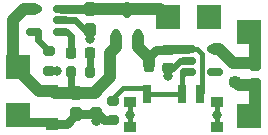
<source format=gbr>
%TF.GenerationSoftware,KiCad,Pcbnew,8.0.7*%
%TF.CreationDate,2025-01-11T15:19:25-09:00*%
%TF.ProjectId,wearable_battery_board,77656172-6162-46c6-955f-626174746572,rev?*%
%TF.SameCoordinates,Original*%
%TF.FileFunction,Copper,L1,Top*%
%TF.FilePolarity,Positive*%
%FSLAX46Y46*%
G04 Gerber Fmt 4.6, Leading zero omitted, Abs format (unit mm)*
G04 Created by KiCad (PCBNEW 8.0.7) date 2025-01-11 15:19:25*
%MOMM*%
%LPD*%
G01*
G04 APERTURE LIST*
G04 Aperture macros list*
%AMRoundRect*
0 Rectangle with rounded corners*
0 $1 Rounding radius*
0 $2 $3 $4 $5 $6 $7 $8 $9 X,Y pos of 4 corners*
0 Add a 4 corners polygon primitive as box body*
4,1,4,$2,$3,$4,$5,$6,$7,$8,$9,$2,$3,0*
0 Add four circle primitives for the rounded corners*
1,1,$1+$1,$2,$3*
1,1,$1+$1,$4,$5*
1,1,$1+$1,$6,$7*
1,1,$1+$1,$8,$9*
0 Add four rect primitives between the rounded corners*
20,1,$1+$1,$2,$3,$4,$5,0*
20,1,$1+$1,$4,$5,$6,$7,0*
20,1,$1+$1,$6,$7,$8,$9,0*
20,1,$1+$1,$8,$9,$2,$3,0*%
G04 Aperture macros list end*
%TA.AperFunction,SMDPad,CuDef*%
%ADD10R,2.000000X2.000000*%
%TD*%
%TA.AperFunction,SMDPad,CuDef*%
%ADD11RoundRect,0.250000X-0.275000X0.312500X-0.275000X-0.312500X0.275000X-0.312500X0.275000X0.312500X0*%
%TD*%
%TA.AperFunction,SMDPad,CuDef*%
%ADD12RoundRect,0.200000X-0.200000X-0.275000X0.200000X-0.275000X0.200000X0.275000X-0.200000X0.275000X0*%
%TD*%
%TA.AperFunction,SMDPad,CuDef*%
%ADD13RoundRect,0.200000X-0.275000X0.200000X-0.275000X-0.200000X0.275000X-0.200000X0.275000X0.200000X0*%
%TD*%
%TA.AperFunction,SMDPad,CuDef*%
%ADD14RoundRect,0.218750X-0.218750X-0.256250X0.218750X-0.256250X0.218750X0.256250X-0.218750X0.256250X0*%
%TD*%
%TA.AperFunction,SMDPad,CuDef*%
%ADD15RoundRect,0.150000X0.512500X0.150000X-0.512500X0.150000X-0.512500X-0.150000X0.512500X-0.150000X0*%
%TD*%
%TA.AperFunction,SMDPad,CuDef*%
%ADD16R,0.711200X1.498600*%
%TD*%
%TA.AperFunction,SMDPad,CuDef*%
%ADD17R,0.990600X0.812800*%
%TD*%
%TA.AperFunction,SMDPad,CuDef*%
%ADD18RoundRect,0.150000X-0.512500X-0.150000X0.512500X-0.150000X0.512500X0.150000X-0.512500X0.150000X0*%
%TD*%
%TA.AperFunction,SMDPad,CuDef*%
%ADD19RoundRect,0.200000X0.275000X-0.200000X0.275000X0.200000X-0.275000X0.200000X-0.275000X-0.200000X0*%
%TD*%
%TA.AperFunction,SMDPad,CuDef*%
%ADD20RoundRect,0.150000X0.150000X-0.512500X0.150000X0.512500X-0.150000X0.512500X-0.150000X-0.512500X0*%
%TD*%
%TA.AperFunction,SMDPad,CuDef*%
%ADD21RoundRect,0.225000X0.225000X0.375000X-0.225000X0.375000X-0.225000X-0.375000X0.225000X-0.375000X0*%
%TD*%
%TA.AperFunction,SMDPad,CuDef*%
%ADD22RoundRect,0.225000X-0.250000X0.225000X-0.250000X-0.225000X0.250000X-0.225000X0.250000X0.225000X0*%
%TD*%
%TA.AperFunction,SMDPad,CuDef*%
%ADD23RoundRect,0.250000X-0.300000X0.300000X-0.300000X-0.300000X0.300000X-0.300000X0.300000X0.300000X0*%
%TD*%
%TA.AperFunction,ViaPad*%
%ADD24C,0.800000*%
%TD*%
%TA.AperFunction,Conductor*%
%ADD25C,0.600000*%
%TD*%
%TA.AperFunction,Conductor*%
%ADD26C,1.000000*%
%TD*%
%TA.AperFunction,Conductor*%
%ADD27C,0.800000*%
%TD*%
%TA.AperFunction,Conductor*%
%ADD28C,0.400000*%
%TD*%
G04 APERTURE END LIST*
D10*
%TO.P,TP3,1,1*%
%TO.N,Net-(Q1-D)*%
X152603200Y-76657200D03*
%TD*%
D11*
%TO.P,C1,1*%
%TO.N,MAIN+*%
X144830800Y-83084900D03*
%TO.P,C1,2*%
%TO.N,GND*%
X144830800Y-84859900D03*
%TD*%
D12*
%TO.P,R1,1*%
%TO.N,MAIN+*%
X144361400Y-81280000D03*
%TO.P,R1,2*%
%TO.N,Net-(D2-A)*%
X146011400Y-81280000D03*
%TD*%
D13*
%TO.P,R5,1*%
%TO.N,MAIN+*%
X146456400Y-82995000D03*
%TO.P,R5,2*%
%TO.N,GND*%
X146456400Y-84645000D03*
%TD*%
D11*
%TO.P,C5,1*%
%TO.N,+3.3V*%
X159969200Y-80646500D03*
%TO.P,C5,2*%
%TO.N,GND*%
X159969200Y-82421500D03*
%TD*%
D14*
%TO.P,D2,1,K*%
%TO.N,Net-(D2-K)*%
X144398900Y-79654400D03*
%TO.P,D2,2,A*%
%TO.N,Net-(D2-A)*%
X145973900Y-79654400D03*
%TD*%
D10*
%TO.P,TP4,1,1*%
%TO.N,GND*%
X156030000Y-76660000D03*
%TD*%
D15*
%TO.P,U1,1,STAT*%
%TO.N,Net-(D2-K)*%
X143510000Y-77861200D03*
%TO.P,U1,2,VSS*%
%TO.N,GND*%
X143510000Y-76911200D03*
%TO.P,U1,3,VBAT*%
%TO.N,Net-(Q1-D)*%
X143510000Y-75961200D03*
%TO.P,U1,4,VDD*%
%TO.N,MAIN+*%
X141235000Y-75961200D03*
%TO.P,U1,5,PROG*%
%TO.N,Net-(U1-PROG)*%
X141235000Y-77861200D03*
%TD*%
D16*
%TO.P,SW1,1,A*%
%TO.N,Net-(SW1-A)*%
X150810397Y-83141400D03*
%TO.P,SW1,2,B*%
X153810400Y-83141400D03*
%TO.P,SW1,3,C*%
%TO.N,Net-(D3-K)*%
X155310400Y-83141400D03*
D17*
%TO.P,SW1,4,GND*%
%TO.N,GND*%
X149410400Y-83841401D03*
X149410420Y-85941399D03*
X156710380Y-85941399D03*
X156710400Y-83841401D03*
%TD*%
D18*
%TO.P,U2,1,VIN*%
%TO.N,Net-(D3-K)*%
X154310500Y-79364800D03*
%TO.P,U2,2,GND*%
%TO.N,GND*%
X154310500Y-80314800D03*
%TO.P,U2,3,EN*%
%TO.N,Net-(SW1-A)*%
X154310500Y-81264800D03*
%TO.P,U2,4,NC*%
%TO.N,unconnected-(U2-NC-Pad4)*%
X156585500Y-81264800D03*
%TO.P,U2,5,VOUT*%
%TO.N,+3.3V*%
X156585500Y-79364800D03*
%TD*%
D19*
%TO.P,R6,1*%
%TO.N,GND*%
X147929600Y-85356200D03*
%TO.P,R6,2*%
%TO.N,Net-(SW1-A)*%
X147929600Y-83706200D03*
%TD*%
D20*
%TO.P,Q1,1,G*%
%TO.N,MAIN+*%
X148148000Y-78353500D03*
%TO.P,Q1,2,S*%
%TO.N,Net-(D3-K)*%
X150048000Y-78353500D03*
%TO.P,Q1,3,D*%
%TO.N,Net-(Q1-D)*%
X149098000Y-76078500D03*
%TD*%
D10*
%TO.P,TP2,1,1*%
%TO.N,GND*%
X139903200Y-84937600D03*
%TD*%
D21*
%TO.P,D3,1,K*%
%TO.N,Net-(D3-K)*%
X150951200Y-80721200D03*
%TO.P,D3,2,A*%
%TO.N,MAIN+*%
X147651200Y-80721200D03*
%TD*%
D22*
%TO.P,C3,1*%
%TO.N,Net-(D3-K)*%
X152552400Y-79387400D03*
%TO.P,C3,2*%
%TO.N,GND*%
X152552400Y-80937400D03*
%TD*%
D10*
%TO.P,TP6,1,1*%
%TO.N,GND*%
X159410400Y-84988400D03*
%TD*%
D22*
%TO.P,C4,1*%
%TO.N,+3.3V*%
X158292800Y-80555800D03*
%TO.P,C4,2*%
%TO.N,GND*%
X158292800Y-82105800D03*
%TD*%
D13*
%TO.P,R2,1*%
%TO.N,Net-(U1-PROG)*%
X142544800Y-79540600D03*
%TO.P,R2,2*%
%TO.N,GND*%
X142544800Y-81190600D03*
%TD*%
D11*
%TO.P,C2,1*%
%TO.N,Net-(Q1-D)*%
X145948400Y-75972900D03*
%TO.P,C2,2*%
%TO.N,GND*%
X145948400Y-77747900D03*
%TD*%
D10*
%TO.P,TP5,1,1*%
%TO.N,+3.3V*%
X159430000Y-77870000D03*
%TD*%
%TO.P,TP1,1,1*%
%TO.N,MAIN+*%
X139903200Y-80822800D03*
%TD*%
D23*
%TO.P,D1,1,K*%
%TO.N,MAIN+*%
X142798800Y-82877200D03*
%TO.P,D1,2,A*%
%TO.N,GND*%
X142798800Y-85677200D03*
%TD*%
D24*
%TO.N,GND*%
X139320000Y-85520000D03*
X156718000Y-84886800D03*
X149402800Y-84886800D03*
X140490000Y-85520000D03*
X158840000Y-85590000D03*
X156620000Y-77250000D03*
X158840000Y-84410000D03*
X143205200Y-81229200D03*
X155440000Y-77250000D03*
X156620000Y-76070000D03*
X146456400Y-85445600D03*
X160020000Y-84410000D03*
X145948400Y-78486000D03*
X152552400Y-81584800D03*
X140490000Y-84350000D03*
X160020000Y-85590000D03*
X139310000Y-84350000D03*
X155440000Y-76070000D03*
%TD*%
D25*
%TO.N,GND*%
X152996600Y-80937400D02*
X152552400Y-80937400D01*
D26*
X159969200Y-82421500D02*
X159969200Y-84429600D01*
X159969200Y-84429600D02*
X159410400Y-84988400D01*
D25*
X152552400Y-81584800D02*
X152552400Y-80937400D01*
D27*
X142798800Y-85677200D02*
X144013500Y-85677200D01*
D28*
X156710380Y-85941399D02*
X156710380Y-84894420D01*
D26*
X159969200Y-82421500D02*
X158608500Y-82421500D01*
D28*
X149410420Y-84894420D02*
X149402800Y-84886800D01*
D27*
X147929600Y-85356200D02*
X147167600Y-85356200D01*
D28*
X149410400Y-83841401D02*
X149410400Y-84879200D01*
D25*
X153619200Y-80314800D02*
X152996600Y-80937400D01*
D27*
X144830800Y-84859900D02*
X146241500Y-84859900D01*
X147167600Y-85356200D02*
X146456400Y-84645000D01*
D25*
X145565900Y-77747900D02*
X145948400Y-77747900D01*
D27*
X140512800Y-85547200D02*
X139903200Y-84937600D01*
D26*
X158608500Y-82421500D02*
X158292800Y-82105800D01*
D28*
X149410400Y-84879200D02*
X149402800Y-84886800D01*
X149410420Y-85941399D02*
X149410420Y-84894420D01*
X156710400Y-84879200D02*
X156718000Y-84886800D01*
D25*
X144729200Y-76911200D02*
X145565900Y-77747900D01*
D27*
X146456400Y-85445600D02*
X146456400Y-84645000D01*
X144013500Y-85677200D02*
X144830800Y-84859900D01*
X146241500Y-84859900D02*
X146456400Y-84645000D01*
D25*
X143510000Y-76911200D02*
X144729200Y-76911200D01*
X143166600Y-81190600D02*
X142544800Y-81190600D01*
X145948400Y-78486000D02*
X145948400Y-77747900D01*
D28*
X156710380Y-84894420D02*
X156718000Y-84886800D01*
X156710400Y-83841401D02*
X156710400Y-84879200D01*
D25*
X143205200Y-81229200D02*
X143166600Y-81190600D01*
X154310500Y-80314800D02*
X153619200Y-80314800D01*
D27*
X142465600Y-85598000D02*
X142414800Y-85547200D01*
X142414800Y-85547200D02*
X140512800Y-85547200D01*
D26*
%TO.N,Net-(Q1-D)*%
X149098000Y-76078500D02*
X149186500Y-75990000D01*
X149098000Y-76078500D02*
X148992400Y-75972900D01*
X148992400Y-75972900D02*
X145956400Y-75972900D01*
D27*
X143510000Y-75961200D02*
X143521700Y-75972900D01*
X143521700Y-75972900D02*
X145948400Y-75972900D01*
D26*
X151936000Y-75990000D02*
X152603200Y-76657200D01*
X149186500Y-75990000D02*
X151936000Y-75990000D01*
D27*
%TO.N,Net-(D3-K)*%
X152552400Y-79387400D02*
X151600200Y-79387400D01*
D28*
X155448000Y-83003800D02*
X155448000Y-79797901D01*
D27*
X154310500Y-79364800D02*
X152575000Y-79364800D01*
D26*
X150951200Y-80085200D02*
X150951200Y-80721200D01*
D28*
X155014899Y-79364800D02*
X154310500Y-79364800D01*
D26*
X150048000Y-78353500D02*
X150048000Y-79182000D01*
D28*
X155448000Y-79797901D02*
X155014899Y-79364800D01*
D27*
X151600200Y-79387400D02*
X150951200Y-80036400D01*
X150951200Y-80036400D02*
X150951200Y-80721200D01*
D26*
X150048000Y-79182000D02*
X150951200Y-80085200D01*
%TO.N,+3.3V*%
X159918400Y-80595700D02*
X159918400Y-78358400D01*
X159969200Y-80646500D02*
X159918400Y-80595700D01*
X156585500Y-79364800D02*
X156885600Y-79364800D01*
X159918400Y-78358400D02*
X159430000Y-77870000D01*
X156885600Y-79364800D02*
X158076600Y-80555800D01*
X158292800Y-80555800D02*
X159878500Y-80555800D01*
X159878500Y-80555800D02*
X159969200Y-80646500D01*
X158076600Y-80555800D02*
X158292800Y-80555800D01*
D25*
%TO.N,Net-(D2-K)*%
X144002800Y-77861200D02*
X143510000Y-77861200D01*
X144398900Y-79654400D02*
X144398900Y-78257300D01*
X144398900Y-78257300D02*
X144002800Y-77861200D01*
%TO.N,Net-(D2-A)*%
X146011400Y-81280000D02*
X146011400Y-79691900D01*
%TO.N,Net-(U1-PROG)*%
X141579600Y-78575400D02*
X142544800Y-79540600D01*
X141564400Y-77861200D02*
X141579600Y-77876400D01*
X141579600Y-77876400D02*
X141579600Y-78575400D01*
D26*
%TO.N,MAIN+*%
X140396000Y-75961200D02*
X139446000Y-76911200D01*
X148148000Y-79182000D02*
X147651200Y-79678800D01*
X146366500Y-83084900D02*
X146456400Y-82995000D01*
X139446000Y-76911200D02*
X139446000Y-80264000D01*
X141235000Y-75961200D02*
X140396000Y-75961200D01*
X148148000Y-78353500D02*
X148148000Y-79182000D01*
X139903200Y-81127600D02*
X141652800Y-82877200D01*
X146456400Y-82905600D02*
X146456400Y-82995000D01*
X142798800Y-82877200D02*
X142979600Y-83058000D01*
X141652800Y-82877200D02*
X142798800Y-82877200D01*
X144803900Y-83058000D02*
X144830800Y-83084900D01*
D25*
X144373600Y-81292200D02*
X144373600Y-83007200D01*
D26*
X144830800Y-83084900D02*
X146366500Y-83084900D01*
X147651200Y-79678800D02*
X147651200Y-80721200D01*
X147651200Y-81710800D02*
X146456400Y-82905600D01*
X139446000Y-80264000D02*
X139852400Y-80670400D01*
X142979600Y-83058000D02*
X144803900Y-83058000D01*
X147651200Y-80721200D02*
X147651200Y-81710800D01*
D28*
%TO.N,Net-(SW1-A)*%
X153810400Y-83141400D02*
X153810400Y-81546000D01*
X153810400Y-81546000D02*
X153990000Y-81366400D01*
X147929600Y-83464400D02*
X147929600Y-83706200D01*
X148793200Y-82600800D02*
X147929600Y-83464400D01*
X150810397Y-82600800D02*
X148793200Y-82600800D01*
X153810400Y-83141400D02*
X150810397Y-83141400D01*
%TD*%
M02*

</source>
